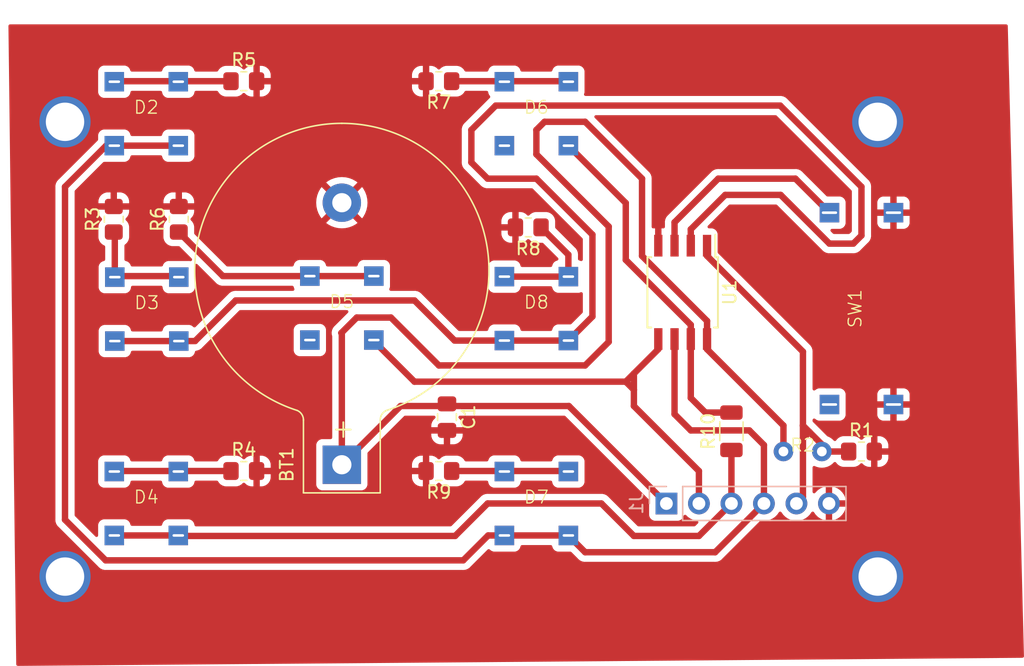
<source format=kicad_pcb>
(kicad_pcb (version 20221018) (generator pcbnew)
  (layers (0 "F.Cu" signal) (31 "B.Cu" signal) (34 "B.Paste" user) (35 "F.Paste" user) (36 "B.SilkS" user "B.Silkscreen") (37 "F.SilkS" user "F.Silkscreen") (38 "B.Mask" user) (39 "F.Mask" user) (44 "Edge.Cuts" user))
  (net 0 "")
  (net 1 "VCC")
  (net 2 "GND")
  (net 3 "Net-(D2-K)")
  (net 4 "/LED2")
  (net 5 "Net-(D3-K)")
  (net 6 "/LED4")
  (net 7 "Net-(D4-K)")
  (net 8 "/LED3")
  (net 9 "Net-(D5-K)")
  (net 10 "/LED1")
  (net 11 "Net-(D6-K)")
  (net 12 "Net-(D7-K)")
  (net 13 "Net-(D8-K)")
  (net 14 "/PB5")
  (net 15 "Net-(U1-PB4)")
  (footprint "Resistor_SMD:R_0805_2012Metric_Pad1.20x1.40mm_HandSolder" (layer "F.Cu") (at 75.565 135.89 180)
    (fp_text reference "R8" (at 0 -1.65) (layer "F.SilkS"))
    (fp_text value "R")
    (fp_line (start -0.227064 -0.735) (end 0.227064 -0.735) (stroke (width 0.12)) (layer "F.SilkS"))
    (fp_line (start -0.227064 0.735) (end 0.227064 0.735) (stroke (width 0.12)) (layer "F.SilkS"))
    (pad "1" smd roundrect (at -1 0 180) (size 1.2 1.4) (layers "F.Cu" "F.Paste" "F.Mask") (roundrect_rratio 0.208333) (net 13 "Net-(D8-K)"))
    (pad "2" smd roundrect (at 1 0 180) (size 1.2 1.4) (layers "F.Cu" "F.Paste" "F.Mask") (roundrect_rratio 0.208333) (net 2 "GND"))
  )
  (footprint "FootPrints:LED_4" (layer "F.Cu") (at 76.2 157.48)
    (fp_text reference "D7" (at 0 -0.5 unlocked) (layer "F.SilkS") (effects (font (thickness 0.1))))
    (fp_text value "LED")
    (pad "1" thru_hole rect (at -2.5 -2.5) (size 1.524 1.524) (drill oval 0.9 0.2) (layers "*.Cu" "*.Mask") (net 12 "Net-(D7-K)"))
    (pad "1" thru_hole rect (at 2.5 -2.5) (size 1.524 1.524) (drill oval 0.9 0.2) (layers "*.Cu" "*.Mask") (net 12 "Net-(D7-K)"))
    (pad "2" thru_hole rect (at -2.5 2.5) (size 1.524 1.524) (drill oval 0.9 0.2) (layers "*.Cu" "*.Mask") (net 4 "/LED2"))
    (pad "2" thru_hole rect (at 2.5 2.5) (size 1.524 1.524) (drill oval 0.9 0.2) (layers "*.Cu" "*.Mask") (net 4 "/LED2"))
  )
  (footprint "FootPrints:BUTTON_4" (layer "F.Cu") (at 101.6 142.24 90)
    (fp_text reference "SW1" (at 0 -0.5 90 unlocked) (layer "F.SilkS") (effects (font (thickness 0.1))))
    (fp_text value "SW_Push")
    (pad "1" thru_hole rect (at -7.5 2.5 180) (size 1.524 1.524) (drill oval 1.2 0.2) (layers "*.Cu" "*.Mask") (net 2 "GND"))
    (pad "1" thru_hole rect (at 7.5 2.5 180) (size 1.524 1.524) (drill oval 1.2 0.2) (layers "*.Cu" "*.Mask") (net 2 "GND"))
    (pad "2" thru_hole rect (at -7.5 -2.5 180) (size 1.524 1.524) (drill oval 1.2 0.2) (layers "*.Cu" "*.Mask") (net 15 "Net-(U1-PB4)"))
    (pad "2" thru_hole rect (at 7.5 -2.5 180) (size 1.524 1.524) (drill oval 1.2 0.2) (layers "*.Cu" "*.Mask") (net 15 "Net-(U1-PB4)"))
  )
  (footprint "Resistor_SMD:R_0805_2012Metric_Pad1.20x1.40mm_HandSolder" (layer "F.Cu") (at 48.26 135.255 90)
    (fp_text reference "R6" (at 0 -1.65 90) (layer "F.SilkS"))
    (fp_text value "R")
    (fp_line (start -0.227064 -0.735) (end 0.227064 -0.735) (stroke (width 0.12)) (layer "F.SilkS"))
    (fp_line (start -0.227064 0.735) (end 0.227064 0.735) (stroke (width 0.12)) (layer "F.SilkS"))
    (pad "1" smd roundrect (at -1 0 90) (size 1.2 1.4) (layers "F.Cu" "F.Paste" "F.Mask") (roundrect_rratio 0.208333) (net 9 "Net-(D5-K)"))
    (pad "2" smd roundrect (at 1 0 90) (size 1.2 1.4) (layers "F.Cu" "F.Paste" "F.Mask") (roundrect_rratio 0.208333) (net 2 "GND"))
  )
  (footprint "Resistor_SMD:R_1206_3216Metric" (layer "F.Cu") (at 91.44 151.8305 90)
    (fp_text reference "R10" (at 0 -1.82 90) (layer "F.SilkS"))
    (fp_text value "R")
    (fp_line (start -0.727064 -0.91) (end 0.727064 -0.91) (stroke (width 0.12)) (layer "F.SilkS"))
    (fp_line (start -0.727064 0.91) (end 0.727064 0.91) (stroke (width 0.12)) (layer "F.SilkS"))
    (pad "1" smd roundrect (at -1.4625 0 90) (size 1.125 1.75) (layers "F.Cu" "F.Paste" "F.Mask") (roundrect_rratio 0.222222) (net 8 "/LED3"))
    (pad "2" smd roundrect (at 1.4625 0 90) (size 1.125 1.75) (layers "F.Cu" "F.Paste" "F.Mask") (roundrect_rratio 0.222222) (net 8 "/LED3"))
  )
  (footprint "FootPrints:LED_4" (layer "F.Cu") (at 61 142.2)
    (fp_text reference "D5" (at 0 -0.5 unlocked) (layer "F.SilkS") (effects (font (thickness 0.1))))
    (fp_text value "LED")
    (pad "1" thru_hole rect (at -2.5 -2.5) (size 1.524 1.524) (drill oval 0.9 0.2) (layers "*.Cu" "*.Mask") (net 9 "Net-(D5-K)"))
    (pad "1" thru_hole rect (at 2.5 -2.5) (size 1.524 1.524) (drill oval 0.9 0.2) (layers "*.Cu" "*.Mask") (net 9 "Net-(D5-K)"))
    (pad "2" thru_hole rect (at -2.5 2.5) (size 1.524 1.524) (drill oval 0.9 0.2) (layers "*.Cu" "*.Mask") (net 6 "/LED4"))
    (pad "2" thru_hole rect (at 2.5 2.5) (size 1.524 1.524) (drill oval 0.9 0.2) (layers "*.Cu" "*.Mask") (net 6 "/LED4"))
  )
  (footprint "Resistor_SMD:R_0805_2012Metric_Pad1.20x1.40mm_HandSolder" (layer "F.Cu") (at 53.34 154.94)
    (fp_text reference "R4" (at 0 -1.65) (layer "F.SilkS"))
    (fp_text value "R")
    (fp_line (start -0.227064 -0.735) (end 0.227064 -0.735) (stroke (width 0.12)) (layer "F.SilkS"))
    (fp_line (start -0.227064 0.735) (end 0.227064 0.735) (stroke (width 0.12)) (layer "F.SilkS"))
    (pad "1" smd roundrect (at -1 0) (size 1.2 1.4) (layers "F.Cu" "F.Paste" "F.Mask") (roundrect_rratio 0.208333) (net 7 "Net-(D4-K)"))
    (pad "2" smd roundrect (at 1 0) (size 1.2 1.4) (layers "F.Cu" "F.Paste" "F.Mask") (roundrect_rratio 0.208333) (net 2 "GND"))
  )
  (footprint "Package_SO:SOIC-8W_5.3x5.3mm_P1.27mm" (layer "F.Cu") (at 87.63 140.97 -90)
    (fp_text reference "U1" (at 0 -3.68 90) (layer "F.SilkS"))
    (fp_text value "ATtiny13A-S")
    (fp_line (start -2.75 -2.755) (end -2.75 -2.55) (stroke (width 0.15)) (layer "F.SilkS"))
    (fp_line (start -2.75 -2.755) (end 2.75 -2.755) (stroke (width 0.15)) (layer "F.SilkS"))
    (fp_line (start -2.75 -2.55) (end -4.5 -2.55) (stroke (width 0.15)) (layer "F.SilkS"))
    (fp_line (start -2.75 2.755) (end -2.75 2.455) (stroke (width 0.15)) (layer "F.SilkS"))
    (fp_line (start -2.75 2.755) (end 2.75 2.755) (stroke (width 0.15)) (layer "F.SilkS"))
    (fp_line (start 2.75 -2.755) (end 2.75 -2.455) (stroke (width 0.15)) (layer "F.SilkS"))
    (fp_line (start 2.75 2.755) (end 2.75 2.455) (stroke (width 0.15)) (layer "F.SilkS"))
    (pad "1" smd rect (at -3.65 -1.905 270) (size 1.7 0.65) (layers "F.Cu" "F.Paste" "F.Mask") (net 14 "/PB5"))
    (pad "2" smd rect (at -3.65 -0.635 270) (size 1.7 0.65) (layers "F.Cu" "F.Paste" "F.Mask") (net 10 "/LED1"))
    (pad "3" smd rect (at -3.65 0.635 270) (size 1.7 0.65) (layers "F.Cu" "F.Paste" "F.Mask") (net 15 "Net-(U1-PB4)"))
    (pad "4" smd rect (at -3.65 1.905 270) (size 1.7 0.65) (layers "F.Cu" "F.Paste" "F.Mask") (net 2 "GND"))
    (pad "5" smd rect (at 3.65 1.905 270) (size 1.7 0.65) (layers "F.Cu" "F.Paste" "F.Mask") (net 6 "/LED4"))
    (pad "6" smd rect (at 3.65 0.635 270) (size 1.7 0.65) (layers "F.Cu" "F.Paste" "F.Mask") (net 4 "/LED2"))
    (pad "7" smd rect (at 3.65 -0.635 270) (size 1.7 0.65) (layers "F.Cu" "F.Paste" "F.Mask") (net 8 "/LED3"))
    (pad "8" smd rect (at 3.65 -1.905 270) (size 1.7 0.65) (layers "F.Cu" "F.Paste" "F.Mask") (net 1 "VCC"))
  )
  (footprint "Resistor_SMD:R_0805_2012Metric_Pad1.20x1.40mm_HandSolder" (layer "F.Cu") (at 68.58 124.46 180)
    (fp_text reference "R7" (at 0 -1.65) (layer "F.SilkS"))
    (fp_text value "R")
    (fp_line (start -0.227064 -0.735) (end 0.227064 -0.735) (stroke (width 0.12)) (layer "F.SilkS"))
    (fp_line (start -0.227064 0.735) (end 0.227064 0.735) (stroke (width 0.12)) (layer "F.SilkS"))
    (pad "1" smd roundrect (at -1 0 180) (size 1.2 1.4) (layers "F.Cu" "F.Paste" "F.Mask") (roundrect_rratio 0.208333) (net 11 "Net-(D6-K)"))
    (pad "2" smd roundrect (at 1 0 180) (size 1.2 1.4) (layers "F.Cu" "F.Paste" "F.Mask") (roundrect_rratio 0.208333) (net 2 "GND"))
  )
  (footprint "Capacitor_SMD:C_0805_2012Metric_Pad1.18x1.45mm_HandSolder" (layer "F.Cu") (at 69.215 150.7275 -90)
    (fp_text reference "C1" (at 0 -1.68 90) (layer "F.SilkS"))
    (fp_text value "C")
    (fp_line (start -0.261252 -0.735) (end 0.261252 -0.735) (stroke (width 0.12)) (layer "F.SilkS"))
    (fp_line (start -0.261252 0.735) (end 0.261252 0.735) (stroke (width 0.12)) (layer "F.SilkS"))
    (pad "1" smd roundrect (at -1.0375 0 270) (size 1.175 1.45) (layers "F.Cu" "F.Paste" "F.Mask") (roundrect_rratio 0.212766) (net 1 "VCC"))
    (pad "2" smd roundrect (at 1.0375 0 270) (size 1.175 1.45) (layers "F.Cu" "F.Paste" "F.Mask") (roundrect_rratio 0.212766) (net 2 "GND"))
  )
  (footprint "FootPrints:LED_4" (layer "F.Cu") (at 76.2 142.24)
    (fp_text reference "D8" (at 0 -0.5 unlocked) (layer "F.SilkS") (effects (font (thickness 0.1))))
    (fp_text value "LED")
    (pad "1" thru_hole rect (at -2.5 -2.5) (size 1.524 1.524) (drill oval 0.9 0.2) (layers "*.Cu" "*.Mask") (net 13 "Net-(D8-K)"))
    (pad "1" thru_hole rect (at 2.5 -2.5) (size 1.524 1.524) (drill oval 0.9 0.2) (layers "*.Cu" "*.Mask") (net 13 "Net-(D8-K)"))
    (pad "2" thru_hole rect (at -2.5 2.5) (size 1.524 1.524) (drill oval 0.9 0.2) (layers "*.Cu" "*.Mask") (net 10 "/LED1"))
    (pad "2" thru_hole rect (at 2.5 2.5) (size 1.524 1.524) (drill oval 0.9 0.2) (layers "*.Cu" "*.Mask") (net 10 "/LED1"))
  )
  (footprint "Resistor_SMD:R_0805_2012Metric_Pad1.20x1.40mm_HandSolder" (layer "F.Cu") (at 68.58 154.94 180)
    (fp_text reference "R9" (at 0 -1.65) (layer "F.SilkS"))
    (fp_text value "R")
    (fp_line (start -0.227064 -0.735) (end 0.227064 -0.735) (stroke (width 0.12)) (layer "F.SilkS"))
    (fp_line (start -0.227064 0.735) (end 0.227064 0.735) (stroke (width 0.12)) (layer "F.SilkS"))
    (pad "1" smd roundrect (at -1 0 180) (size 1.2 1.4) (layers "F.Cu" "F.Paste" "F.Mask") (roundrect_rratio 0.208333) (net 12 "Net-(D7-K)"))
    (pad "2" smd roundrect (at 1 0 180) (size 1.2 1.4) (layers "F.Cu" "F.Paste" "F.Mask") (roundrect_rratio 0.208333) (net 2 "GND"))
  )
  (footprint "Resistor_SMD:R_0805_2012Metric_Pad1.20x1.40mm_HandSolder" (layer "F.Cu") (at 43.18 135.255 90)
    (fp_text reference "R3" (at 0 -1.65 90) (layer "F.SilkS"))
    (fp_text value "R")
    (fp_line (start -0.227064 -0.735) (end 0.227064 -0.735) (stroke (width 0.12)) (layer "F.SilkS"))
    (fp_line (start -0.227064 0.735) (end 0.227064 0.735) (stroke (width 0.12)) (layer "F.SilkS"))
    (pad "1" smd roundrect (at -1 0 90) (size 1.2 1.4) (layers "F.Cu" "F.Paste" "F.Mask") (roundrect_rratio 0.208333) (net 5 "Net-(D3-K)"))
    (pad "2" smd roundrect (at 1 0 90) (size 1.2 1.4) (layers "F.Cu" "F.Paste" "F.Mask") (roundrect_rratio 0.208333) (net 2 "GND"))
  )
  (footprint "FootPrints:LED_4" (layer "F.Cu") (at 45.72 127)
    (fp_text reference "D2" (at 0 -0.5 unlocked) (layer "F.SilkS") (effects (font (thickness 0.1))))
    (fp_text value "LED")
    (pad "1" thru_hole rect (at -2.5 -2.5) (size 1.524 1.524) (drill oval 0.9 0.2) (layers "*.Cu" "*.Mask") (net 3 "Net-(D2-K)"))
    (pad "1" thru_hole rect (at 2.5 -2.5) (size 1.524 1.524) (drill oval 0.9 0.2) (layers "*.Cu" "*.Mask") (net 3 "Net-(D2-K)"))
    (pad "2" thru_hole rect (at -2.5 2.5) (size 1.524 1.524) (drill oval 0.9 0.2) (layers "*.Cu" "*.Mask") (net 4 "/LED2"))
    (pad "2" thru_hole rect (at 2.5 2.5) (size 1.524 1.524) (drill oval 0.9 0.2) (layers "*.Cu" "*.Mask") (net 4 "/LED2"))
  )
  (footprint "Battery:BatteryHolder_Keystone_103_1x20mm" (layer "F.Cu") (at 61 154.450001 90)
    (fp_text reference "BT1" (at 0 -4.3 90) (layer "F.SilkS"))
    (fp_text value "Battery_Cell")
    (fp_text user "+" (at 2.75 0 90) (layer "F.SilkS") (effects (font (size 1.5 1.5))))
    (fp_line (start -2.2 -3) (end 3.5 -3) (stroke (width 0.12)) (layer "F.SilkS"))
    (fp_line (start -2.2 3) (end -2.2 -3) (stroke (width 0.12)) (layer "F.SilkS"))
    (fp_line (start -2.2 3) (end 3.5 3) (stroke (width 0.12)) (layer "F.SilkS"))
    (fp_arc (start 3.5 3) (mid 3.950694 3.136459) (end 4.25 3.5) (stroke (width 0.12)) (layer "F.SilkS"))
    (fp_arc (start 4.25 -3.5) (mid 3.950694 -3.136459) (end 3.5 -3) (stroke (width 0.12)) (layer "F.SilkS"))
    (fp_arc (start 4.25 -3.5) (mid 16.971103 -11.358466) (end 26.695671 0) (stroke (width 0.12)) (layer "F.SilkS"))
    (fp_arc (start 26.695671 0) (mid 16.971103 11.358466) (end 4.25 3.5) (stroke (width 0.12)) (layer "F.SilkS"))
    (pad "1" thru_hole rect (at 0 0 90) (size 3 3) (drill 1.5) (layers "*.Cu" "*.Mask") (net 1 "VCC"))
    (pad "2" thru_hole circle (at 20.49 0 90) (size 3 3) (drill 1.5) (layers "*.Cu" "*.Mask") (net 2 "GND"))
  )
  (footprint "Resistor_SMD:R_0805_2012Metric_Pad1.20x1.40mm_HandSolder" (layer "F.Cu") (at 53.34 124.46)
    (fp_text reference "R5" (at 0 -1.65) (layer "F.SilkS"))
    (fp_text value "R")
    (fp_line (start -0.227064 -0.735) (end 0.227064 -0.735) (stroke (width 0.12)) (layer "F.SilkS"))
    (fp_line (start -0.227064 0.735) (end 0.227064 0.735) (stroke (width 0.12)) (layer "F.SilkS"))
    (pad "1" smd roundrect (at -1 0) (size 1.2 1.4) (layers "F.Cu" "F.Paste" "F.Mask") (roundrect_rratio 0.208333) (net 3 "Net-(D2-K)"))
    (pad "2" smd roundrect (at 1 0) (size 1.2 1.4) (layers "F.Cu" "F.Paste" "F.Mask") (roundrect_rratio 0.208333) (net 2 "GND"))
  )
  (footprint "Resistor_SMD:R_0805_2012Metric_Pad1.20x1.40mm_HandSolder" (layer "F.Cu") (at 101.6 153.416)
    (fp_text reference "R1" (at 0 -1.65) (layer "F.SilkS"))
    (fp_text value "R")
    (fp_line (start -0.227064 -0.735) (end 0.227064 -0.735) (stroke (width 0.12)) (layer "F.SilkS"))
    (fp_line (start -0.227064 0.735) (end 0.227064 0.735) (stroke (width 0.12)) (layer "F.SilkS"))
    (pad "1" smd roundrect (at -1 0) (size 1.2 1.4) (layers "F.Cu" "F.Paste" "F.Mask") (roundrect_rratio 0.208333) (net 14 "/PB5"))
    (pad "2" smd roundrect (at 1 0) (size 1.2 1.4) (layers "F.Cu" "F.Paste" "F.Mask") (roundrect_rratio 0.208333) (net 2 "GND"))
  )
  (footprint "FootPrints:LED_4" (layer "F.Cu") (at 76.2 127)
    (fp_text reference "D6" (at 0 -0.5 unlocked) (layer "F.SilkS") (effects (font (thickness 0.1))))
    (fp_text value "LED")
    (pad "1" thru_hole rect (at -2.5 -2.5) (size 1.524 1.524) (drill oval 0.9 0.2) (layers "*.Cu" "*.Mask") (net 11 "Net-(D6-K)"))
    (pad "1" thru_hole rect (at 2.5 -2.5) (size 1.524 1.524) (drill oval 0.9 0.2) (layers "*.Cu" "*.Mask") (net 11 "Net-(D6-K)"))
    (pad "2" thru_hole rect (at -2.5 2.5) (size 1.524 1.524) (drill oval 0.9 0.2) (layers "*.Cu" "*.Mask") (net 8 "/LED3"))
    (pad "2" thru_hole rect (at 2.5 2.5) (size 1.524 1.524) (drill oval 0.9 0.2) (layers "*.Cu" "*.Mask") (net 8 "/LED3"))
  )
  (footprint "FootPrints:LED_4" (layer "F.Cu") (at 45.72 157.48)
    (fp_text reference "D4" (at 0 -0.5 unlocked) (layer "F.SilkS") (effects (font (thickness 0.1))))
    (fp_text value "LED")
    (pad "1" thru_hole rect (at -2.5 -2.5) (size 1.524 1.524) (drill oval 0.9 0.2) (layers "*.Cu" "*.Mask") (net 7 "Net-(D4-K)"))
    (pad "1" thru_hole rect (at 2.5 -2.5) (size 1.524 1.524) (drill oval 0.9 0.2) (layers "*.Cu" "*.Mask") (net 7 "Net-(D4-K)"))
    (pad "2" thru_hole rect (at -2.5 2.5) (size 1.524 1.524) (drill oval 0.9 0.2) (layers "*.Cu" "*.Mask") (net 8 "/LED3"))
    (pad "2" thru_hole rect (at 2.5 2.5) (size 1.524 1.524) (drill oval 0.9 0.2) (layers "*.Cu" "*.Mask") (net 8 "/LED3"))
  )
  (footprint "FootPrints:R_PHOTO_2" (layer "F.Cu") (at 97.004 153.416)
    (fp_text reference "R2" (at 0 -0.5 unlocked) (layer "F.SilkS") (effects (font (thickness 0.1))))
    (fp_text value "R_Photo")
    (pad "1" thru_hole circle (at -1.5 0) (size 1.524 1.524) (drill 0.762) (layers "*.Cu" "*.Mask") (net 1 "VCC"))
    (pad "2" thru_hole circle (at 1.5 0) (size 1.524 1.524) (drill 0.762) (layers "*.Cu" "*.Mask") (net 14 "/PB5"))
  )
  (footprint "FootPrints:LED_4" (layer "F.Cu") (at 45.76 142.28)
    (fp_text reference "D3" (at 0 -0.5 unlocked) (layer "F.SilkS") (effects (font (thickness 0.1))))
    (fp_text value "LED")
    (pad "1" thru_hole rect (at -2.5 -2.5) (size 1.524 1.524) (drill oval 0.9 0.2) (layers "*.Cu" "*.Mask") (net 5 "Net-(D3-K)"))
    (pad "1" thru_hole rect (at 2.5 -2.5) (size 1.524 1.524) (drill oval 0.9 0.2) (layers "*.Cu" "*.Mask") (net 5 "Net-(D3-K)"))
    (pad "2" thru_hole rect (at -2.5 2.5) (size 1.524 1.524) (drill oval 0.9 0.2) (layers "*.Cu" "*.Mask") (net 10 "/LED1"))
    (pad "2" thru_hole rect (at 2.5 2.5) (size 1.524 1.524) (drill oval 0.9 0.2) (layers "*.Cu" "*.Mask") (net 10 "/LED1"))
  )
  (footprint "Connector_PinHeader_2.54mm:PinHeader_1x06_P2.54mm_Vertical" (layer "B.Cu") (at 86.36 157.48 -90)
    (fp_text reference "J1" (at 0 2.33 90) (layer "B.SilkS") (effects (justify mirror)))
    (fp_text value "Conn_01x06")
    (fp_line (start -1.33 -14.03) (end 1.33 -14.03) (stroke (width 0.12)) (layer "B.SilkS"))
    (fp_line (start -1.33 -1.27) (end -1.33 -14.03) (stroke (width 0.12)) (layer "B.SilkS"))
    (fp_line (start -1.33 -1.27) (end 1.33 -1.27) (stroke (width 0.12)) (layer "B.SilkS"))
    (fp_line (start -1.33 0) (end -1.33 1.33) (stroke (width 0.12)) (layer "B.SilkS"))
    (fp_line (start -1.33 1.33) (end 0 1.33) (stroke (width 0.12)) (layer "B.SilkS"))
    (fp_line (start 1.33 -1.27) (end 1.33 -14.03) (stroke (width 0.12)) (layer "B.SilkS"))
    (pad "1" thru_hole rect (at 0 0 270) (size 1.7 1.7) (drill 1) (layers "*.Cu" "*.Mask") (net 1 "VCC"))
    (pad "2" thru_hole oval (at 0 -2.54 270) (size 1.7 1.7) (drill 1) (layers "*.Cu" "*.Mask") (net 6 "/LED4"))
    (pad "3" thru_hole oval (at 0 -5.08 270) (size 1.7 1.7) (drill 1) (layers "*.Cu" "*.Mask") (net 8 "/LED3"))
    (pad "4" thru_hole oval (at 0 -7.62 270) (size 1.7 1.7) (drill 1) (layers "*.Cu" "*.Mask") (net 4 "/LED2"))
    (pad "5" thru_hole oval (at 0 -10.16 270) (size 1.7 1.7) (drill 1) (layers "*.Cu" "*.Mask") (net 14 "/PB5"))
    (pad "6" thru_hole oval (at 0 -12.7 270) (size 1.7 1.7) (drill 1) (layers "*.Cu" "*.Mask") (net 2 "GND"))
  )
  (segment (start 89.535 143.205) (end 89.535 144.62) (width 0.5) (layer "F.Cu") (net 1))
  (segment (start 78.74 149.86) (end 86.36 157.48) (width 0.5) (layer "F.Cu") (net 1))
  (segment (start 84.455 138.125) (end 89.535 143.205) (width 0.5) (layer "F.Cu") (net 1))
  (segment (start 80.01 127.635) (end 84.455 132.08) (width 0.5) (layer "F.Cu") (net 1))
  (segment (start 65.590001 149.86) (end 78.74 149.86) (width 0.5) (layer "F.Cu") (net 1))
  (segment (start 89.535 145.415) (end 89.535 144.62) (width 0.5) (layer "F.Cu") (net 1))
  (segment (start 62.165 142.94) (end 64.835 142.94) (width 0.5) (layer "F.Cu") (net 1))
  (segment (start 61 154.450001) (end 65.590001 149.86) (width 0.5) (layer "F.Cu") (net 1))
  (segment (start 76.835 127.635) (end 80.01 127.635) (width 0.5) (layer "F.Cu") (net 1))
  (segment (start 84.455 132.08) (end 84.455 138.125) (width 0.5) (layer "F.Cu") (net 1))
  (segment (start 95.504 151.384) (end 89.535 145.415) (width 0.5) (layer "F.Cu") (net 1))
  (segment (start 81.85 144.845) (end 81.85 135.825) (width 0.5) (layer "F.Cu") (net 1))
  (segment (start 60.96 144.145) (end 62.165 142.94) (width 0.5) (layer "F.Cu") (net 1))
  (segment (start 68.58 146.685) (end 80.01 146.685) (width 0.5) (layer "F.Cu") (net 1))
  (segment (start 61 154.450001) (end 61 144.185) (width 0.5) (layer "F.Cu") (net 1))
  (segment (start 80.01 146.685) (end 81.85 144.845) (width 0.5) (layer "F.Cu") (net 1))
  (segment (start 76.2 128.27) (end 76.835 127.635) (width 0.5) (layer "F.Cu") (net 1))
  (segment (start 64.835 142.94) (end 68.58 146.685) (width 0.5) (layer "F.Cu") (net 1))
  (segment (start 95.504 153.416) (end 95.504 151.384) (width 0.5) (layer "F.Cu") (net 1))
  (segment (start 81.85 135.825) (end 76.2 130.175) (width 0.5) (layer "F.Cu") (net 1))
  (segment (start 76.2 130.175) (end 76.2 128.27) (width 0.5) (layer "F.Cu") (net 1))
  (segment (start 61 144.185) (end 60.96 144.145) (width 0.5) (layer "F.Cu") (net 1))
  (via (at 39.37 163.195) (size 4) (drill 3) (layers "F.Cu" "B.Cu") (net 2))
  (via (at 102.87 127.635) (size 4) (drill 3) (layers "F.Cu" "B.Cu") (net 2))
  (via (at 39.37 127.635) (size 4) (drill 3) (layers "F.Cu" "B.Cu") (net 2))
  (via (at 102.87 163.195) (size 4) (drill 3) (layers "F.Cu" "B.Cu") (net 2))
  (segment (start 48.26 124.46) (end 43.18 124.46) (width 0.5) (layer "F.Cu") (net 3))
  (segment (start 52.34 124.46) (end 48.26 124.46) (width 0.5) (layer "F.Cu") (net 3))
  (segment (start 72.43 159.98) (end 73.7 159.98) (width 0.5) (layer "F.Cu") (net 4))
  (segment (start 86.995 144.62) (end 86.995 150.495) (width 0.5) (layer "F.Cu") (net 4))
  (segment (start 88.265 151.765) (end 92.837 151.765) (width 0.5) (layer "F.Cu") (net 4))
  (segment (start 39.37 132.715) (end 39.37 158.75) (width 0.5) (layer "F.Cu") (net 4))
  (segment (start 90.17 161.29) (end 93.98 157.48) (width 0.5) (layer "F.Cu") (net 4))
  (segment (start 86.995 150.495) (end 88.265 151.765) (width 0.5) (layer "F.Cu") (net 4))
  (segment (start 73.7 159.98) (end 78.7 159.98) (width 0.5) (layer "F.Cu") (net 4))
  (segment (start 43.22 129.5) (end 42.585 129.5) (width 0.5) (layer "F.Cu") (net 4))
  (segment (start 42.545 161.925) (end 70.485 161.925) (width 0.5) (layer "F.Cu") (net 4))
  (segment (start 78.7 159.98) (end 80.01 161.29) (width 0.5) (layer "F.Cu") (net 4))
  (segment (start 93.98 152.908) (end 93.98 157.48) (width 0.5) (layer "F.Cu") (net 4))
  (segment (start 70.485 161.925) (end 72.43 159.98) (width 0.5) (layer "F.Cu") (net 4))
  (segment (start 43.22 129.5) (end 48.22 129.5) (width 0.5) (layer "F.Cu") (net 4))
  (segment (start 80.01 161.29) (end 90.17 161.29) (width 0.5) (layer "F.Cu") (net 4))
  (segment (start 73.66 160.02) (end 73.7 159.98) (width 0.5) (layer "F.Cu") (net 4))
  (segment (start 39.37 158.75) (end 42.545 161.925) (width 0.5) (layer "F.Cu") (net 4))
  (segment (start 42.585 129.5) (end 39.37 132.715) (width 0.5) (layer "F.Cu") (net 4))
  (segment (start 92.837 151.765) (end 93.98 152.908) (width 0.5) (layer "F.Cu") (net 4))
  (segment (start 43.26 139.78) (end 43.26 136.335) (width 0.5) (layer "F.Cu") (net 5))
  (segment (start 43.26 136.335) (end 43.18 136.255) (width 0.5) (layer "F.Cu") (net 5))
  (segment (start 48.26 139.7) (end 43.18 139.7) (width 0.5) (layer "F.Cu") (net 5))
  (segment (start 83.82 149.86) (end 88.9 154.94) (width 0.5) (layer "F.Cu") (net 6))
  (segment (start 83.82 147.32) (end 85.725 145.415) (width 0.5) (layer "F.Cu") (net 6))
  (segment (start 85.725 145.415) (end 85.725 144.62) (width 0.5) (layer "F.Cu") (net 6))
  (segment (start 66.675 147.955) (end 63.5 144.78) (width 0.5) (layer "F.Cu") (net 6))
  (segment (start 83.185 147.955) (end 83.82 148.59) (width 0.5) (layer "F.Cu") (net 6))
  (segment (start 83.82 147.32) (end 83.185 147.955) (width 0.5) (layer "F.Cu") (net 6))
  (segment (start 88.9 154.94) (end 88.9 157.48) (width 0.5) (layer "F.Cu") (net 6))
  (segment (start 83.82 147.32) (end 83.82 148.59) (width 0.5) (layer "F.Cu") (net 6))
  (segment (start 83.185 147.955) (end 66.675 147.955) (width 0.5) (layer "F.Cu") (net 6))
  (segment (start 63.5 144.78) (end 63.5 144.7) (width 0.5) (layer "F.Cu") (net 6))
  (segment (start 83.82 148.59) (end 83.82 149.86) (width 0.5) (layer "F.Cu") (net 6))
  (segment (start 52.34 154.94) (end 48.26 154.94) (width 0.5) (layer "F.Cu") (net 7))
  (segment (start 48.26 154.94) (end 43.18 154.94) (width 0.5) (layer "F.Cu") (net 7))
  (segment (start 72.39 157.48) (end 69.85 160.02) (width 0.5) (layer "F.Cu") (net 8))
  (segment (start 81.28 157.48) (end 72.39 157.48) (width 0.5) (layer "F.Cu") (net 8))
  (segment (start 91.44 150.368) (end 89.408 150.368) (width 0.5) (layer "F.Cu") (net 8))
  (segment (start 88.9 160.02) (end 83.82 160.02) (width 0.5) (layer "F.Cu") (net 8))
  (segment (start 91.44 157.48) (end 88.9 160.02) (width 0.5) (layer "F.Cu") (net 8))
  (segment (start 83.185 138.43) (end 88.265 143.51) (width 0.5) (layer "F.Cu") (net 8))
  (segment (start 91.44 157.48) (end 91.44 153.293) (width 0.5) (layer "F.Cu") (net 8))
  (segment (start 88.265 149.225) (end 88.265 144.62) (width 0.5) (layer "F.Cu") (net 8))
  (segment (start 88.265 143.51) (end 88.265 144.62) (width 0.5) (layer "F.Cu") (net 8))
  (segment (start 83.82 160.02) (end 81.28 157.48) (width 0.5) (layer "F.Cu") (net 8))
  (segment (start 89.408 150.368) (end 88.265 149.225) (width 0.5) (layer "F.Cu") (net 8))
  (segment (start 48.26 160.02) (end 48.22 159.98) (width 0.5) (layer "F.Cu") (net 8))
  (segment (start 78.7 129.5) (end 83.185 133.985) (width 0.5) (layer "F.Cu") (net 8))
  (segment (start 69.85 160.02) (end 48.26 160.02) (width 0.5) (layer "F.Cu") (net 8))
  (segment (start 48.22 159.98) (end 43.22 159.98) (width 0.5) (layer "F.Cu") (net 8))
  (segment (start 83.185 133.985) (end 83.185 138.43) (width 0.5) (layer "F.Cu") (net 8))
  (segment (start 58.5 139.7) (end 51.705 139.7) (width 0.5) (layer "F.Cu") (net 9))
  (segment (start 51.705 139.7) (end 48.26 136.255) (width 0.5) (layer "F.Cu") (net 9))
  (segment (start 58.5 139.7) (end 63.5 139.7) (width 0.5) (layer "F.Cu") (net 9))
  (segment (start 101.6 132.715) (end 95.25 126.365) (width 0.5) (layer "F.Cu") (net 10))
  (segment (start 100.965 137.16) (end 101.6 136.525) (width 0.5) (layer "F.Cu") (net 10))
  (segment (start 71.12 128.27) (end 71.12 130.81) (width 0.5) (layer "F.Cu") (net 10))
  (segment (start 66.675 141.605) (end 52.705 141.605) (width 0.5) (layer "F.Cu") (net 10))
  (segment (start 88.265 136.04) (end 90.955 133.35) (width 0.5) (layer "F.Cu") (net 10))
  (segment (start 71.12 130.81) (end 72.39 132.08) (width 0.5) (layer "F.Cu") (net 10))
  (segment (start 69.81 144.74) (end 66.675 141.605) (width 0.5) (layer "F.Cu") (net 10))
  (segment (start 101.6 136.525) (end 101.6 132.715) (width 0.5) (layer "F.Cu") (net 10))
  (segment (start 73.025 126.365) (end 71.12 128.27) (width 0.5) (layer "F.Cu") (net 10))
  (segment (start 99.096 137.16) (end 100.965 137.16) (width 0.5) (layer "F.Cu") (net 10))
  (segment (start 52.705 141.605) (end 49.53 144.78) (width 0.5) (layer "F.Cu") (net 10))
  (segment (start 78.7 144.74) (end 73.7 144.74) (width 0.5) (layer "F.Cu") (net 10))
  (segment (start 80.58 136.46) (end 80.58 142.86) (width 0.5) (layer "F.Cu") (net 10))
  (segment (start 73.7 144.74) (end 69.81 144.74) (width 0.5) (layer "F.Cu") (net 10))
  (segment (start 95.25 126.365) (end 73.025 126.365) (width 0.5) (layer "F.Cu") (net 10))
  (segment (start 80.58 142.86) (end 78.7 144.74) (width 0.5) (layer "F.Cu") (net 10))
  (segment (start 48.26 144.78) (end 43.26 144.78) (width 0.5) (layer "F.Cu") (net 10))
  (segment (start 76.2 132.08) (end 80.58 136.46) (width 0.5) (layer "F.Cu") (net 10))
  (segment (start 49.53 144.78) (end 48.26 144.78) (width 0.5) (layer "F.Cu") (net 10))
  (segment (start 90.955 133.35) (end 95.286 133.35) (width 0.5) (layer "F.Cu") (net 10))
  (segment (start 72.39 132.08) (end 76.2 132.08) (width 0.5) (layer "F.Cu") (net 10))
  (segment (start 88.265 137.32) (end 88.265 136.04) (width 0.5) (layer "F.Cu") (net 10))
  (segment (start 95.286 133.35) (end 99.096 137.16) (width 0.5) (layer "F.Cu") (net 10))
  (segment (start 73.66 124.46) (end 78.74 124.46) (width 0.5) (layer "F.Cu") (net 11))
  (segment (start 69.58 124.46) (end 73.66 124.46) (width 0.5) (layer "F.Cu") (net 11))
  (segment (start 73.66 154.94) (end 78.74 154.94) (width 0.5) (layer "F.Cu") (net 12))
  (segment (start 69.58 154.94) (end 73.66 154.94) (width 0.5) (layer "F.Cu") (net 12))
  (segment (start 78.7 138.025) (end 76.565 135.89) (width 0.5) (layer "F.Cu") (net 13))
  (segment (start 78.7 139.74) (end 78.7 138.025) (width 0.5) (layer "F.Cu") (net 13))
  (segment (start 73.7 139.74) (end 78.7 139.74) (width 0.5) (layer "F.Cu") (net 13))
  (segment (start 97.536 151.892) (end 97.028 151.384) (width 0.5) (layer "F.Cu") (net 14))
  (segment (start 89.535 138.115) (end 89.535 137.32) (width 0.5) (layer "F.Cu") (net 14))
  (segment (start 97.536 151.892) (end 97.028 152.4) (width 0.5) (layer "F.Cu") (net 14))
  (segment (start 97.028 151.384) (end 97.028 145.608) (width 0.5) (layer "F.Cu") (net 14))
  (segment (start 98.504 152.86) (end 98.504 153.416) (width 0.5) (layer "F.Cu") (net 14))
  (segment (start 97.028 152.4) (end 97.028 151.384) (width 0.5) (layer "F.Cu") (net 14))
  (segment (start 97.536 151.892) (end 98.504 152.86) (width 0.5) (layer "F.Cu") (net 14))
  (segment (start 97.028 156.972) (end 97.028 152.4) (width 0.5) (layer "F.Cu") (net 14))
  (segment (start 100.6 153.416) (end 98.504 153.416) (width 0.5) (layer "F.Cu") (net 14))
  (segment (start 96.52 157.48) (end 97.028 156.972) (width 0.5) (layer "F.Cu") (net 14))
  (segment (start 97.028 145.608) (end 89.535 138.115) (width 0.5) (layer "F.Cu") (net 14))
  (segment (start 86.995 135.495) (end 90.41 132.08) (width 0.5) (layer "F.Cu") (net 15))
  (segment (start 90.41 132.08) (end 96.44 132.08) (width 0.5) (layer "F.Cu") (net 15))
  (segment (start 86.995 137.32) (end 86.995 135.495) (width 0.5) (layer "F.Cu") (net 15))
  (segment (start 96.44 132.08) (end 99.1 134.74) (width 0.5) (layer "F.Cu") (net 15))
  (zone (net 2) (net_name "GND") (layer "F.Cu") (connect_pads (clearance 0.5)) (min_thickness 0.25) (fill yes (thermal_gap 0.5) (thermal_bridge_width 0.5))
    (polygon (pts (xy 34.925 118.11) (xy 35.56 170.18) (xy 114.3 169.545) (xy 113.03 120.015) (xy 34.29 120.015) (xy 34.925 119.38) (xy 36.195 119.38) (xy 36.195 118.745)))
  )
)
</source>
